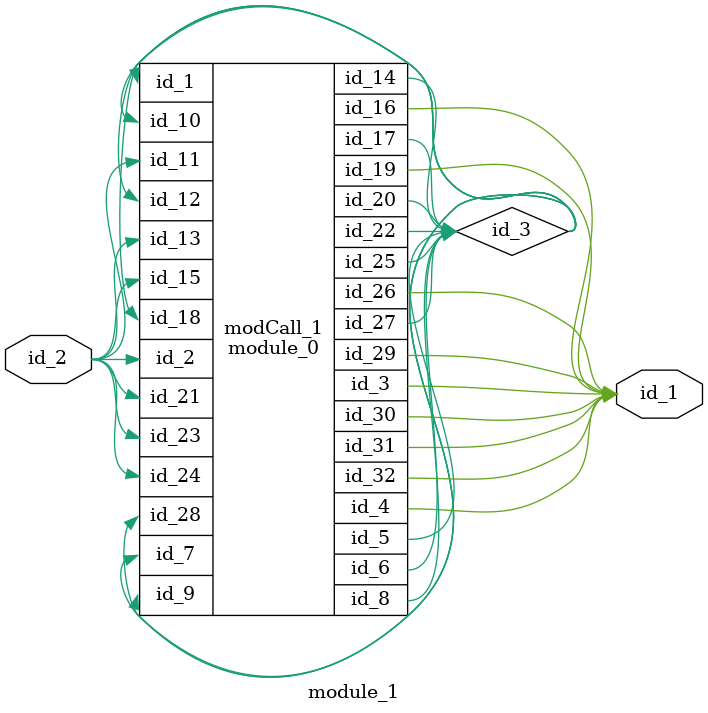
<source format=v>
module module_0 (
    id_1,
    id_2,
    id_3,
    id_4,
    id_5,
    id_6,
    id_7,
    id_8,
    id_9,
    id_10,
    id_11,
    id_12,
    id_13,
    id_14,
    id_15,
    id_16,
    id_17,
    id_18,
    id_19,
    id_20,
    id_21,
    id_22,
    id_23,
    id_24,
    id_25,
    id_26,
    id_27,
    id_28,
    id_29,
    id_30,
    id_31,
    id_32
);
  output wire id_32;
  output wire id_31;
  output wire id_30;
  output wire id_29;
  input wire id_28;
  inout wire id_27;
  output wire id_26;
  inout wire id_25;
  input wire id_24;
  input wire id_23;
  inout wire id_22;
  input wire id_21;
  inout wire id_20;
  output wire id_19;
  input wire id_18;
  inout wire id_17;
  output wire id_16;
  input wire id_15;
  output wire id_14;
  input wire id_13;
  input wire id_12;
  input wire id_11;
  input wire id_10;
  input wire id_9;
  inout wire id_8;
  input wire id_7;
  inout wire id_6;
  inout wire id_5;
  output wire id_4;
  output wire id_3;
  input wire id_2;
  input wire id_1;
  assign id_31 = 1;
endmodule
module module_1 (
    id_1,
    id_2
);
  input wire id_2;
  output wire id_1;
  wire id_3;
  module_0 modCall_1 (
      id_3,
      id_2,
      id_1,
      id_1,
      id_3,
      id_3,
      id_3,
      id_3,
      id_3,
      id_3,
      id_2,
      id_3,
      id_2,
      id_3,
      id_2,
      id_1,
      id_3,
      id_3,
      id_1,
      id_3,
      id_2,
      id_3,
      id_2,
      id_2,
      id_3,
      id_1,
      id_3,
      id_3,
      id_1,
      id_1,
      id_1,
      id_1
  );
endmodule

</source>
